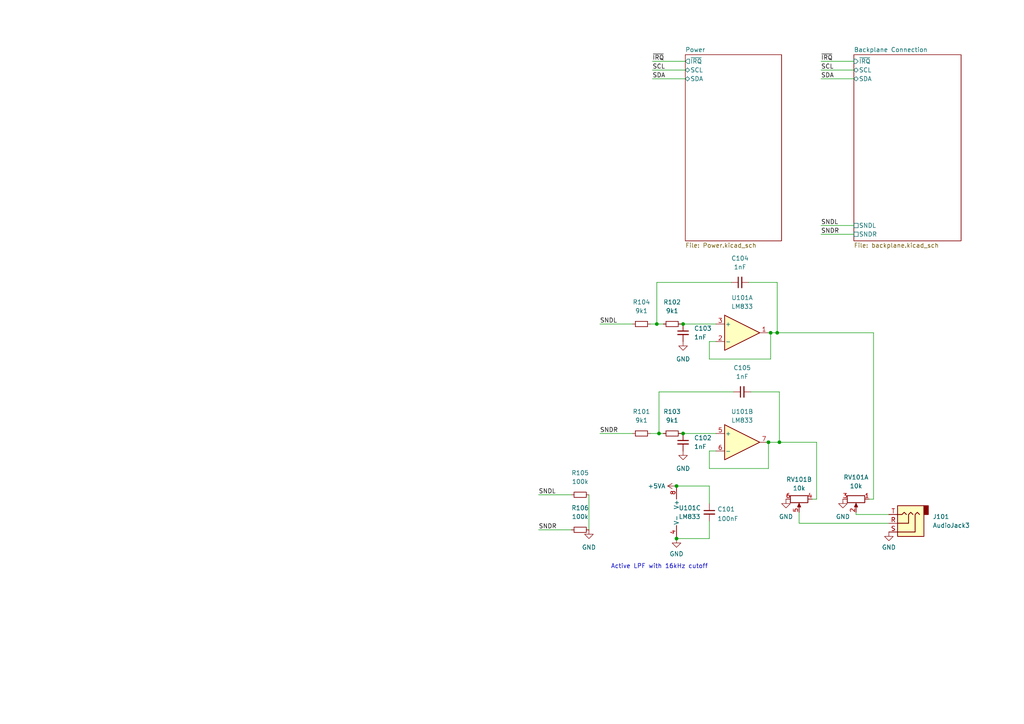
<source format=kicad_sch>
(kicad_sch (version 20211123) (generator eeschema)
  (paper "A4")
  (title_block (title "Backplane Management and Power") (date "2022-01-23") (rev "1") (company "Tristan Seifert"))
  (lib_symbols
    (symbol "Amplifier_Operational:LM2904" (pin_names (offset 0.127))
      (property "Reference" "U" (at 0 5.08 0))
      (property "Value" "LM2904" (at 0 -5.08 0))
      (symbol "LM2904_1_1"
        (polyline (pts (xy -5.08 5.08) (xy 5.08 0) (xy -5.08 -5.08) (xy -5.08 5.08)) (stroke (width 0.254)) (fill (type background)))
        (pin output line (at 7.62 0 180) (length 2.54) (name "~") (number "1"))
        (pin input line (at -7.62 -2.54 0) (length 2.54) (name "-") (number "2"))
        (pin input line (at -7.62 2.54 0) (length 2.54) (name "+") (number "3"))
      )
      (symbol "LM2904_2_1"
        (polyline (pts (xy -5.08 5.08) (xy 5.08 0) (xy -5.08 -5.08) (xy -5.08 5.08)) (stroke (width 0.254)) (fill (type background)))
        (pin input line (at -7.62 2.54 0) (length 2.54) (name "+") (number "5"))
        (pin input line (at -7.62 -2.54 0) (length 2.54) (name "-") (number "6"))
        (pin output line (at 7.62 0 180) (length 2.54) (name "~") (number "7"))
      )
      (symbol "LM2904_3_1"
        (pin power_in line (at -2.54 -7.62 90) (length 3.81) (name "V-") (number "4"))
        (pin power_in line (at -2.54 7.62 270) (length 3.81) (name "V+") (number "8"))
      )
    )
    (symbol "Connector:AudioJack3"
      (property "Reference" "J" (at 0 8.89 0))
      (property "Value" "AudioJack3" (at 0 6.35 0))
      (symbol "AudioJack3_0_1"
        (rectangle (start -5.08 -5.08) (end -6.35 -2.54) (stroke (width 0.254)) (fill (type outline)))
        (polyline (pts (xy 0 -2.54) (xy 0.635 -3.175) (xy 1.27 -2.54) (xy 2.54 -2.54)) (stroke (width 0.254)))
        (polyline (pts (xy -1.905 -2.54) (xy -1.27 -3.175) (xy -0.635 -2.54) (xy -0.635 0) (xy 2.54 0)) (stroke (width 0.254)))
        (polyline (pts (xy 2.54 2.54) (xy -2.54 2.54) (xy -2.54 -2.54) (xy -3.175 -3.175) (xy -3.81 -2.54)) (stroke (width 0.254)))
        (rectangle (start 2.54 3.81) (end -5.08 -5.08) (stroke (width 0.254)) (fill (type background)))
      )
      (symbol "AudioJack3_1_1"
        (pin passive line (at 5.08 0 180) (length 2.54) (name "~") (number "R"))
        (pin passive line (at 5.08 2.54 180) (length 2.54) (name "~") (number "S"))
        (pin passive line (at 5.08 -2.54 180) (length 2.54) (name "~") (number "T"))
      )
    )
    (symbol "Device:C_Small" (pin_numbers hide) (pin_names (offset 0.254) hide)
      (property "Reference" "C" (at 0.254 1.778 0))
      (property "Value" "C_Small" (at 0.254 -2.032 0))
      (symbol "C_Small_0_1"
        (polyline (pts (xy -1.524 -0.508) (xy 1.524 -0.508)) (stroke (width 0.3302)))
        (polyline (pts (xy -1.524 0.508) (xy 1.524 0.508)) (stroke (width 0.3048)))
      )
      (symbol "C_Small_1_1"
        (pin passive line (at 0 2.54 270) (length 2.032) (name "~") (number "1"))
        (pin passive line (at 0 -2.54 90) (length 2.032) (name "~") (number "2"))
      )
    )
    (symbol "Device:R_Potentiometer_Dual_Separate" (pin_names (offset 1.016) hide)
      (property "Reference" "RV" (at -4.445 0 90))
      (property "Value" "R_Potentiometer_Dual_Separate" (at -2.54 0 90))
      (symbol "R_Potentiometer_Dual_Separate_0_1"
        (polyline (pts (xy 2.54 0) (xy 1.524 0)))
        (polyline (pts (xy 1.143 0) (xy 2.286 0.508) (xy 2.286 -0.508) (xy 1.143 0)) (fill (type outline)))
        (rectangle (start 1.016 2.54) (end -1.016 -2.54) (stroke (width 0.254)))
      )
      (symbol "R_Potentiometer_Dual_Separate_1_1"
        (pin passive line (at 0 3.81 270) (length 1.27) (name "1") (number "1"))
        (pin passive line (at 3.81 0 180) (length 1.27) (name "2") (number "2"))
        (pin passive line (at 0 -3.81 90) (length 1.27) (name "3") (number "3"))
      )
      (symbol "R_Potentiometer_Dual_Separate_2_1"
        (pin passive line (at 0 3.81 270) (length 1.27) (name "4") (number "4"))
        (pin passive line (at 3.81 0 180) (length 1.27) (name "5") (number "5"))
        (pin passive line (at 0 -3.81 90) (length 1.27) (name "6") (number "6"))
      )
    )
    (symbol "Device:R_Small" (pin_numbers hide) (pin_names (offset 0.254) hide)
      (property "Reference" "R" (at 0.762 0.508 0))
      (property "Value" "R_Small" (at 0.762 -1.016 0))
      (symbol "R_Small_0_1"
        (rectangle (start -0.762 1.778) (end 0.762 -1.778) (stroke (width 0.2032)))
      )
      (symbol "R_Small_1_1"
        (pin passive line (at 0 2.54 270) (length 0.762) (name "~") (number "1"))
        (pin passive line (at 0 -2.54 90) (length 0.762) (name "~") (number "2"))
      )
    )
    (symbol "power:+5VA" (power) (pin_names (offset 0))
      (property "Value" "+5VA" (at 0 3.556 0))
      (symbol "+5VA_0_1"
        (polyline (pts (xy -0.762 1.27) (xy 0 2.54)))
        (polyline (pts (xy 0 0) (xy 0 2.54)))
        (polyline (pts (xy 0 2.54) (xy 0.762 1.27)))
      )
      (symbol "+5VA_1_1"
        (pin power_in line (at 0 0 90) (length 0) hide (name "+5VA") (number "1"))
      )
    )
    (symbol "power:GND" (power) (pin_names (offset 0))
      (property "Value" "GND" (at 0 -3.81 0))
      (symbol "GND_0_1"
        (polyline (pts (xy 0 0) (xy 0 -1.27) (xy 1.27 -1.27) (xy 0 -2.54) (xy -1.27 -1.27) (xy 0 -1.27)))
      )
      (symbol "GND_1_1"
        (pin power_in line (at 0 0 270) (length 0) hide (name "GND") (number "1"))
      )
    )
  )
  (junction (at 225.425 96.52))
  (junction (at 223.52 96.52))
  (junction (at 196.215 140.97))
  (junction (at 191.135 125.73))
  (junction (at 196.215 156.21))
  (junction (at 226.06 128.27))
  (junction (at 190.5 93.98))
  (junction (at 222.885 128.27))
  (junction (at 198.12 125.73))
  (junction (at 198.12 93.98))
  (wire (pts (xy 205.74 140.97) (xy 205.74 146.05)))
  (wire (pts (xy 235.585 144.78) (xy 236.855 144.78)))
  (wire (pts (xy 225.425 96.52) (xy 223.52 96.52)))
  (wire (pts (xy 156.21 143.51) (xy 165.735 143.51)))
  (wire (pts (xy 205.74 135.89) (xy 222.885 135.89)))
  (wire (pts (xy 170.815 143.51) (xy 170.815 153.67)))
  (wire (pts (xy 253.365 96.52) (xy 225.425 96.52)))
  (wire (pts (xy 222.885 135.89) (xy 222.885 128.27)))
  (wire (pts (xy 173.99 93.98) (xy 183.515 93.98)))
  (wire (pts (xy 205.74 130.81) (xy 207.645 130.81)))
  (wire (pts (xy 248.285 149.225) (xy 248.285 148.59)))
  (wire (pts (xy 188.595 93.98) (xy 190.5 93.98)))
  (wire (pts (xy 198.12 125.73) (xy 207.645 125.73)))
  (wire (pts (xy 188.595 125.73) (xy 191.135 125.73)))
  (wire (pts (xy 190.5 81.915) (xy 190.5 93.98)))
  (wire (pts (xy 217.17 81.915) (xy 225.425 81.915)))
  (wire (pts (xy 212.09 81.915) (xy 190.5 81.915)))
  (wire (pts (xy 238.125 22.86) (xy 247.65 22.86)))
  (wire (pts (xy 217.805 113.665) (xy 226.06 113.665)))
  (wire (pts (xy 191.135 113.665) (xy 191.135 125.73)))
  (wire (pts (xy 238.125 67.945) (xy 247.65 67.945)))
  (wire (pts (xy 226.06 113.665) (xy 226.06 128.27)))
  (wire (pts (xy 196.215 156.21) (xy 205.74 156.21)))
  (wire (pts (xy 253.365 96.52) (xy 253.365 144.78)))
  (wire (pts (xy 238.125 20.32) (xy 247.65 20.32)))
  (wire (pts (xy 205.74 130.81) (xy 205.74 135.89)))
  (wire (pts (xy 173.99 125.73) (xy 183.515 125.73)))
  (wire (pts (xy 225.425 81.915) (xy 225.425 96.52)))
  (wire (pts (xy 257.81 151.765) (xy 231.775 151.765)))
  (wire (pts (xy 226.06 128.27) (xy 222.885 128.27)))
  (wire (pts (xy 205.74 99.06) (xy 205.74 104.14)))
  (wire (pts (xy 189.23 22.86) (xy 198.755 22.86)))
  (wire (pts (xy 189.23 17.78) (xy 198.755 17.78)))
  (wire (pts (xy 236.855 128.27) (xy 226.06 128.27)))
  (wire (pts (xy 238.125 65.405) (xy 247.65 65.405)))
  (wire (pts (xy 205.74 104.14) (xy 223.52 104.14)))
  (wire (pts (xy 231.775 151.765) (xy 231.775 148.59)))
  (wire (pts (xy 207.645 99.06) (xy 205.74 99.06)))
  (wire (pts (xy 190.5 93.98) (xy 192.405 93.98)))
  (wire (pts (xy 156.21 153.67) (xy 165.735 153.67)))
  (wire (pts (xy 197.485 125.73) (xy 198.12 125.73)))
  (wire (pts (xy 223.52 96.52) (xy 222.885 96.52)))
  (wire (pts (xy 252.095 144.78) (xy 253.365 144.78)))
  (wire (pts (xy 212.725 113.665) (xy 191.135 113.665)))
  (wire (pts (xy 236.855 144.78) (xy 236.855 128.27)))
  (wire (pts (xy 198.12 93.98) (xy 207.645 93.98)))
  (wire (pts (xy 223.52 104.14) (xy 223.52 96.52)))
  (wire (pts (xy 189.23 20.32) (xy 198.755 20.32)))
  (wire (pts (xy 238.125 17.78) (xy 247.65 17.78)))
  (wire (pts (xy 196.215 140.97) (xy 205.74 140.97)))
  (wire (pts (xy 191.135 125.73) (xy 192.405 125.73)))
  (wire (pts (xy 205.74 156.21) (xy 205.74 151.13)))
  (wire (pts (xy 197.485 93.98) (xy 198.12 93.98)))
  (wire (pts (xy 257.81 149.225) (xy 248.285 149.225)))
  (text "Active LPF with 16kHz cutoff" (at 177.165 165.1 0) (effects (font (size 1.27 1.27)) (justify left bottom)))
  (label "SCL" (at 189.23 20.32 0))
  (label "SNDL" (at 173.99 93.98 0))
  (label "~{IRQ}" (at 238.125 17.78 0))
  (label "SNDR" (at 238.125 67.945 0))
  (label "SCL" (at 238.125 20.32 0))
  (label "SNDL" (at 238.125 65.405 0))
  (label "SNDR" (at 156.21 153.67 0))
  (label "SNDL" (at 156.21 143.51 0))
  (label "SDA" (at 238.125 22.86 0))
  (label "SDA" (at 189.23 22.86 0))
  (label "~{IRQ}" (at 189.23 17.78 0))
  (label "SNDR" (at 173.99 125.73 0))
  (symbol (lib_id "Amplifier_Operational:LM2904") (at 198.755 148.59 0) (unit 3)
    (property "Reference" "U101" (at 196.85 147.3199 0) (effects (justify left)))
    (property "Value" "LM833" (at 196.85 149.8599 0) (effects (justify left)))
    (property "Footprint" "Package_DIP:DIP-8_W7.62mm_Socket" (effects hide))
    (property "Datasheet" "http://www.ti.com/lit/ds/symlink/lm358.pdf" (effects hide))
  )
  (symbol (lib_id "Device:C_Small") (at 215.265 113.665 90) (unit 1)
    (property "Reference" "C105" (at 215.2713 106.68 90))
    (property "Value" "1nF" (at 215.2713 109.22 90))
    (property "Footprint" "Capacitor_THT:C_Rect_L7.2mm_W2.5mm_P5.00mm_FKS2_FKP2_MKS2_MKP2" (effects hide))
    (property "MPN" "B32529C1102J" (effects hide))
  )
  (symbol (lib_id "Device:C_Small") (at 205.74 148.59 0) (unit 1)
    (property "Reference" "C101" (at 208.0641 147.6815 0) (effects (justify left)))
    (property "Value" "100nF" (at 208.0641 150.4566 0) (effects (justify left)))
    (property "Footprint" "Capacitor_SMD:C_0805_2012Metric" (effects hide))
  )
  (symbol (lib_id "power:+5VA") (at 196.215 140.97 90) (unit 1)
    (property "Reference" "#PWR0109" (effects hide))
    (property "Value" "+5VA" (at 193.04 140.9699 90) (effects (justify left)))
  )
  (symbol (lib_id "power:GND") (at 170.815 153.67 0) (unit 1)
    (property "Reference" "#PWR0107" (effects hide))
    (property "Value" "GND" (at 170.815 158.75 0))
  )
  (symbol (lib_id "power:GND") (at 227.965 144.78 0) (unit 1)
    (property "Reference" "#PWR0104" (effects hide))
    (property "Value" "GND" (at 227.965 149.86 0))
  )
  (symbol (lib_id "power:GND") (at 198.12 130.81 0) (unit 1)
    (property "Reference" "#PWR0105" (effects hide))
    (property "Value" "GND" (at 198.12 135.89 0))
  )
  (symbol (lib_id "Device:R_Small") (at 168.275 153.67 90) (unit 1)
    (property "Reference" "R106" (at 168.275 147.32 90))
    (property "Value" "100k" (at 168.275 149.86 90))
    (property "Footprint" "Resistor_SMD:R_0805_2012Metric" (effects hide))
  )
  (symbol (lib_id "Device:R_Small") (at 186.055 93.98 270) (mirror x) (unit 1)
    (property "Reference" "R104" (at 186.055 87.63 90))
    (property "Value" "9k1" (at 186.055 90.17 90))
    (property "Footprint" "Resistor_SMD:R_0805_2012Metric" (effects hide))
  )
  (symbol (lib_id "Device:C_Small") (at 214.63 81.915 90) (unit 1)
    (property "Reference" "C104" (at 214.6363 74.93 90))
    (property "Value" "1nF" (at 214.6363 77.47 90))
    (property "Footprint" "Capacitor_THT:C_Rect_L7.2mm_W2.5mm_P5.00mm_FKS2_FKP2_MKS2_MKP2" (effects hide))
    (property "MPN" "B32529C1102J" (effects hide))
  )
  (symbol (lib_id "power:GND") (at 196.215 156.21 0) (unit 1)
    (property "Reference" "#PWR0108" (effects hide))
    (property "Value" "GND" (at 196.215 160.655 0))
  )
  (symbol (lib_id "Device:R_Small") (at 168.275 143.51 90) (unit 1)
    (property "Reference" "R105" (at 168.275 137.16 90))
    (property "Value" "100k" (at 168.275 139.7 90))
    (property "Footprint" "Resistor_SMD:R_0805_2012Metric" (effects hide))
  )
  (symbol (lib_id "power:GND") (at 198.12 99.06 0) (unit 1)
    (property "Reference" "#PWR0106" (effects hide))
    (property "Value" "GND" (at 198.12 104.14 0))
  )
  (symbol (lib_id "Device:R_Small") (at 186.055 125.73 270) (mirror x) (unit 1)
    (property "Reference" "R101" (at 186.055 119.38 90))
    (property "Value" "9k1" (at 186.055 121.92 90))
    (property "Footprint" "Resistor_SMD:R_0805_2012Metric" (effects hide))
  )
  (symbol (lib_id "Device:R_Potentiometer_Dual_Separate") (at 231.775 144.78 270) (unit 2)
    (property "Reference" "RV101" (at 231.775 139.065 90))
    (property "Value" "10k" (at 231.775 141.605 90))
    (property "Footprint" "Potentiometer_THT:Potentiometer_Alps_RK097_Dual_Horizontal" (effects hide))
  )
  (symbol (lib_id "Amplifier_Operational:LM2904") (at 215.265 128.27 0) (unit 2)
    (property "Reference" "U101" (at 215.265 119.38 0))
    (property "Value" "LM833" (at 215.265 121.92 0))
    (property "Footprint" "Package_DIP:DIP-8_W7.62mm_Socket" (effects hide))
    (property "Datasheet" "http://www.ti.com/lit/ds/symlink/lm358.pdf" (effects hide))
  )
  (symbol (lib_id "Amplifier_Operational:LM2904") (at 215.265 96.52 0) (unit 1)
    (property "Reference" "U101" (at 215.265 86.36 0))
    (property "Value" "LM833" (at 215.265 88.9 0))
    (property "Footprint" "Package_DIP:DIP-8_W7.62mm_Socket" (effects hide))
    (property "Datasheet" "http://www.ti.com/lit/ds/symlink/lm358.pdf" (effects hide))
  )
  (symbol (lib_id "Device:R_Potentiometer_Dual_Separate") (at 248.285 144.78 270) (unit 1)
    (property "Reference" "RV101" (at 248.285 138.43 90))
    (property "Value" "10k" (at 248.285 140.97 90))
    (property "Footprint" "Potentiometer_THT:Potentiometer_Alps_RK097_Dual_Horizontal" (effects hide))
    (property "MPN" "RK09712200HA" (effects hide))
  )
  (symbol (lib_id "Device:C_Small") (at 198.12 128.27 0) (unit 1)
    (property "Reference" "C102" (at 201.295 127.0062 0) (effects (justify left)))
    (property "Value" "1nF" (at 201.295 129.5462 0) (effects (justify left)))
    (property "Footprint" "Capacitor_THT:C_Rect_L7.2mm_W2.5mm_P5.00mm_FKS2_FKP2_MKS2_MKP2" (effects hide))
    (property "MPN" "B32529C1102J" (effects hide))
  )
  (symbol (lib_id "Device:R_Small") (at 194.945 125.73 90) (unit 1)
    (property "Reference" "R103" (at 194.945 119.38 90))
    (property "Value" "9k1" (at 194.945 121.92 90))
    (property "Footprint" "Resistor_SMD:R_0805_2012Metric" (effects hide))
  )
  (symbol (lib_id "Device:C_Small") (at 198.12 96.52 0) (unit 1)
    (property "Reference" "C103" (at 201.295 95.2562 0) (effects (justify left)))
    (property "Value" "1nF" (at 201.295 97.7962 0) (effects (justify left)))
    (property "Footprint" "Capacitor_THT:C_Rect_L7.2mm_W2.5mm_P5.00mm_FKS2_FKP2_MKS2_MKP2" (effects hide))
    (property "MPN" "B32529C1102J" (effects hide))
  )
  (symbol (lib_id "Device:R_Small") (at 194.945 93.98 90) (unit 1)
    (property "Reference" "R102" (at 194.945 87.63 90))
    (property "Value" "9k1" (at 194.945 90.17 90))
    (property "Footprint" "Resistor_SMD:R_0805_2012Metric" (effects hide))
  )
  (symbol (lib_id "power:GND") (at 244.475 144.78 0) (unit 1)
    (property "Reference" "#PWR0103" (effects hide))
    (property "Value" "GND" (at 244.475 149.86 0))
  )
  (symbol (lib_id "power:GND") (at 257.81 154.305 0) (unit 1)
    (property "Reference" "#PWR0102" (effects hide))
    (property "Value" "GND" (at 257.81 158.75 0))
  )
  (symbol (lib_id "Connector:AudioJack3") (at 262.89 151.765 180) (unit 1)
    (property "Reference" "J101" (at 270.51 149.8599 0) (effects (justify right)))
    (property "Value" "AudioJack3" (at 270.51 152.3999 0) (effects (justify right)))
    (property "Footprint" "Connector_Audio:Jack_3.5mm_CUI_SJ1-3533NG_Horizontal" (effects hide))
    (property "MPN" "SJ1-3533NG" (effects hide))
  )
  (sheet (at 198.755 15.875) (size 27.94 53.975) (stroke (width 0.1524))
    (property "Sheet name" "Power" (at 198.755 15.1634 0) (effects (justify left bottom)))
    (property "Sheet file" "Power.kicad_sch" (at 198.755 70.4346 0) (effects (justify left top)))
    (pin "SDA" bidirectional (at 198.755 22.86 180))
    (pin "~{IRQ}" output (at 198.755 17.78 180))
    (pin "SCL" bidirectional (at 198.755 20.32 180))
  )
  (sheet (at 247.65 15.875) (size 31.115 53.975) (stroke (width 0.1524))
    (property "Sheet name" "Backplane Connection" (at 247.65 15.1634 0) (effects (justify left bottom)))
    (property "Sheet file" "backplane.kicad_sch" (at 247.65 70.4346 0) (effects (justify left top)))
    (pin "SCL" bidirectional (at 247.65 20.32 180))
    (pin "SDA" bidirectional (at 247.65 22.86 180))
    (pin "~{IRQ}" input (at 247.65 17.78 180))
    (pin "SNDR" passive (at 247.65 67.945 180))
    (pin "SNDL" passive (at 247.65 65.405 180))
  )
)
</source>
